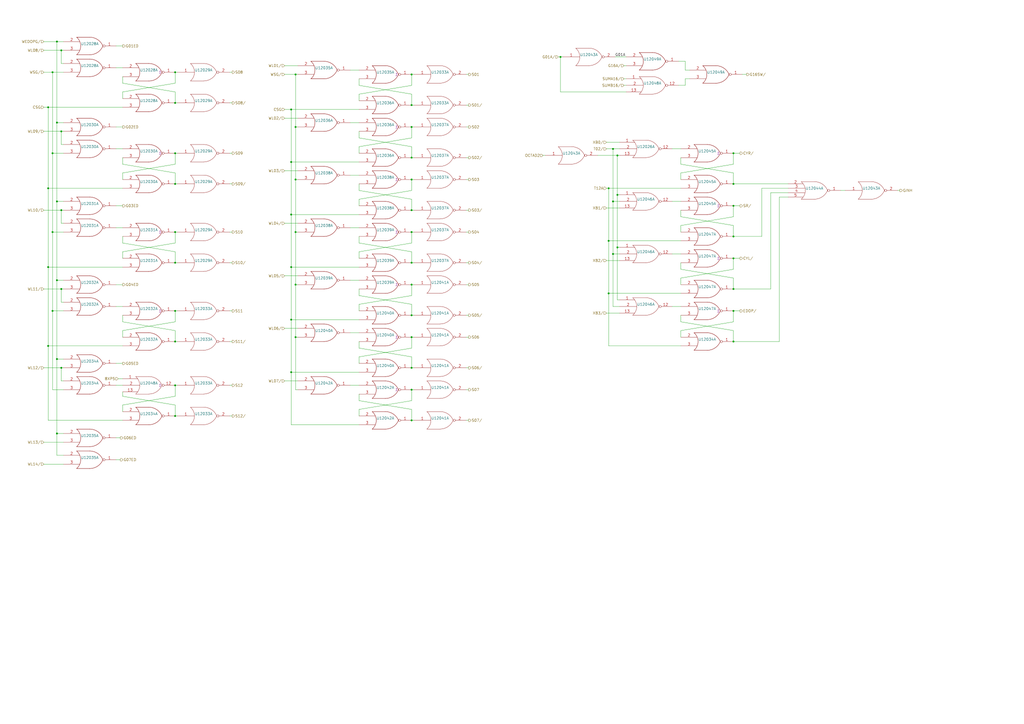
<source format=kicad_sch>
(kicad_sch (version 20211123) (generator eeschema)
  (paper "A2")
  (lib_symbols
    (symbol "agc_kicad_components:74HC02" (pin_names (offset 0.762))
      (property "Reference" "U" (at 0 1.27 0))
      (symbol "74HC02_1_1"
        (arc (start -7.62 -5.08) (mid -5.2708 0) (end -7.62 5.08) (stroke (width 0.2032)))
        (arc (start 0 -5.08) (mid 4.5812 -3.6906) (end 7.62 0) (stroke (width 0.2032)))
        (polyline (pts (xy -7.62 -5.08) (xy 0 -5.08)) (stroke (width 0.2032)))
        (polyline (pts (xy -7.62 5.08) (xy 0 5.08)) (stroke (width 0.2032)))
        (arc (start 7.62 0) (mid 4.5727 3.6819) (end 0 5.08) (stroke (width 0.2032)))
        (pin output inverted (at 15.24 0 180) (length 7.62) (name "~") (number "1"))
        (pin input line (at -15.24 2.54 0) (length 9.398) (name "~") (number "2"))
        (pin input line (at -15.24 -2.54 0) (length 9.398) (name "~") (number "3"))
      )
      (symbol "74HC02_2_1"
        (arc (start -7.62 -5.08) (mid -5.2708 0) (end -7.62 5.08) (stroke (width 0.2032)))
        (arc (start 0 -5.08) (mid 4.5812 -3.6906) (end 7.62 0) (stroke (width 0.2032)))
        (polyline (pts (xy -7.62 -5.08) (xy 0 -5.08)) (stroke (width 0.2032)))
        (polyline (pts (xy -7.62 5.08) (xy 0 5.08)) (stroke (width 0.2032)))
        (arc (start 7.62 0) (mid 4.5727 3.6819) (end 0 5.08) (stroke (width 0.2032)))
        (pin output inverted (at 15.24 0 180) (length 7.62) (name "~") (number "4"))
        (pin input line (at -15.24 2.54 0) (length 9.398) (name "~") (number "5"))
        (pin input line (at -15.24 -2.54 0) (length 9.398) (name "~") (number "6"))
      )
      (symbol "74HC02_3_1"
        (arc (start -7.62 -5.08) (mid -5.2708 0) (end -7.62 5.08) (stroke (width 0.2032)))
        (arc (start 0 -5.08) (mid 4.5812 -3.6906) (end 7.62 0) (stroke (width 0.2032)))
        (polyline (pts (xy -7.62 -5.08) (xy 0 -5.08)) (stroke (width 0.2032)))
        (polyline (pts (xy -7.62 5.08) (xy 0 5.08)) (stroke (width 0.2032)))
        (arc (start 7.62 0) (mid 4.5727 3.6819) (end 0 5.08) (stroke (width 0.2032)))
        (pin output inverted (at 15.24 0 180) (length 7.62) (name "~") (number "10"))
        (pin input line (at -15.24 2.54 0) (length 9.398) (name "~") (number "8"))
        (pin input line (at -15.24 -2.54 0) (length 9.398) (name "~") (number "9"))
      )
      (symbol "74HC02_4_1"
        (arc (start -7.62 -5.08) (mid -5.2708 0) (end -7.62 5.08) (stroke (width 0.2032)))
        (arc (start 0 -5.08) (mid 4.5812 -3.6906) (end 7.62 0) (stroke (width 0.2032)))
        (polyline (pts (xy -7.62 -5.08) (xy 0 -5.08)) (stroke (width 0.2032)))
        (polyline (pts (xy -7.62 5.08) (xy 0 5.08)) (stroke (width 0.2032)))
        (arc (start 7.62 0) (mid 4.5727 3.6819) (end 0 5.08) (stroke (width 0.2032)))
        (pin input line (at -15.24 2.54 0) (length 9.398) (name "~") (number "11"))
        (pin input line (at -15.24 -2.54 0) (length 9.398) (name "~") (number "12"))
        (pin output inverted (at 15.24 0 180) (length 7.62) (name "~") (number "13"))
      )
      (symbol "74HC02_5_0"
        (text "GND" (at 2.54 -3.81 0) (effects (font (size 0.9906 0.9906))))
        (text "VCC" (at 2.54 3.81 0) (effects (font (size 0.9906 0.9906))))
      )
      (symbol "74HC02_5_1"
        (rectangle (start -5.08 2.54) (end 5.08 -2.54))
        (pin power_in line (at 0 6.35 270) (length 3.81) (name "VCC") (number "14"))
        (pin power_in line (at 0 -6.35 90) (length 3.81) (name "GND") (number "7"))
      )
    )
    (symbol "agc_kicad_components:74HC04" (pin_names (offset 0.762))
      (property "Reference" "U" (at 0 1.27 0))
      (symbol "74HC04_1_1"
        (arc (start -7.62 -5.0292) (mid -5.3094 0.0082) (end -7.62 5.0546))
        (arc (start 0 -5.0546) (mid 4.5632 -3.6449) (end 7.5946 0.0508))
        (polyline (pts (xy -7.62 -5.08) (xy 0 -5.08)))
        (polyline (pts (xy -7.62 5.08) (xy 0 5.08)))
        (arc (start 7.62 0) (mid 4.6132 3.6946) (end 0.0508 5.08))
        (pin input line (at -15.24 0 0) (length 9.906) (name "~") (number "1"))
        (pin output inverted (at 15.24 0 180) (length 7.62) (name "~") (number "2"))
      )
      (symbol "74HC04_2_1"
        (arc (start -7.62 -5.0292) (mid -5.3094 0.0082) (end -7.62 5.0546))
        (arc (start 0 -5.0546) (mid 4.5632 -3.6449) (end 7.5946 0.0508))
        (polyline (pts (xy -7.62 -5.08) (xy 0 -5.08)))
        (polyline (pts (xy -7.62 5.08) (xy 0 5.08)))
        (arc (start 7.62 0) (mid 4.6132 3.6946) (end 0.0508 5.08))
        (pin input line (at -15.24 0 0) (length 9.906) (name "~") (number "3"))
        (pin output inverted (at 15.24 0 180) (length 7.62) (name "~") (number "4"))
      )
      (symbol "74HC04_3_1"
        (arc (start -7.62 -5.0292) (mid -5.3094 0.0082) (end -7.62 5.0546))
        (arc (start 0 -5.0546) (mid 4.5632 -3.6449) (end 7.5946 0.0508))
        (polyline (pts (xy -7.62 -5.08) (xy 0 -5.08)))
        (polyline (pts (xy -7.62 5.08) (xy 0 5.08)))
        (arc (start 7.62 0) (mid 4.6132 3.6946) (end 0.0508 5.08))
        (pin input line (at -15.24 0 0) (length 9.906) (name "~") (number "5"))
        (pin output inverted (at 15.24 0 180) (length 7.62) (name "~") (number "6"))
      )
      (symbol "74HC04_4_1"
        (arc (start -7.62 -5.0292) (mid -5.3094 0.0082) (end -7.62 5.0546))
        (arc (start 0 -5.0546) (mid 4.5632 -3.6449) (end 7.5946 0.0508))
        (polyline (pts (xy -7.62 -5.08) (xy 0 -5.08)))
        (polyline (pts (xy -7.62 5.08) (xy 0 5.08)))
        (arc (start 7.62 0) (mid 4.6132 3.6946) (end 0.0508 5.08))
        (pin output inverted (at 15.24 0 180) (length 7.62) (name "~") (number "8"))
        (pin input line (at -15.24 0 0) (length 9.906) (name "~") (number "9"))
      )
      (symbol "74HC04_5_1"
        (arc (start -7.62 -5.0292) (mid -5.3094 0.0082) (end -7.62 5.0546))
        (arc (start 0 -5.0546) (mid 4.5632 -3.6449) (end 7.5946 0.0508))
        (polyline (pts (xy -7.62 -5.08) (xy 0 -5.08)))
        (polyline (pts (xy -7.62 5.08) (xy 0 5.08)))
        (arc (start 7.62 0) (mid 4.6132 3.6946) (end 0.0508 5.08))
        (pin output inverted (at 15.24 0 180) (length 7.62) (name "~") (number "10"))
        (pin input line (at -15.24 0 0) (length 9.906) (name "~") (number "11"))
      )
      (symbol "74HC04_6_1"
        (arc (start -7.62 -5.0292) (mid -5.3094 0.0082) (end -7.62 5.0546))
        (arc (start 0 -5.0546) (mid 4.5632 -3.6449) (end 7.5946 0.0508))
        (polyline (pts (xy -7.62 -5.08) (xy 0 -5.08)))
        (polyline (pts (xy -7.62 5.08) (xy 0 5.08)))
        (arc (start 7.62 0) (mid 4.6132 3.6946) (end 0.0508 5.08))
        (pin output inverted (at 15.24 0 180) (length 7.62) (name "~") (number "12"))
        (pin input line (at -15.24 0 0) (length 9.906) (name "~") (number "13"))
      )
      (symbol "74HC04_7_0"
        (text "GND" (at 2.54 -3.81 0) (effects (font (size 0.9906 0.9906))))
        (text "VCC" (at 2.54 3.81 0) (effects (font (size 0.9906 0.9906))))
      )
      (symbol "74HC04_7_1"
        (rectangle (start -5.08 2.54) (end 5.08 -2.54))
        (pin power_in line (at 0 6.35 270) (length 3.81) (name "VCC") (number "14"))
        (pin power_in line (at 0 -6.35 90) (length 3.81) (name "GND") (number "7"))
      )
    )
    (symbol "agc_kicad_components:74HC27" (pin_names (offset 0.762))
      (property "Reference" "U" (at 0 1.27 0))
      (symbol "74HC27_1_1"
        (arc (start -7.62 -5.0292) (mid -5.3094 0.0082) (end -7.62 5.0546))
        (arc (start 0 -5.0546) (mid 4.5632 -3.6449) (end 7.5946 0.0508))
        (polyline (pts (xy -7.62 -5.08) (xy 0 -5.08)))
        (polyline (pts (xy -7.62 5.08) (xy 0 5.08)))
        (arc (start 7.62 0) (mid 4.6132 3.6946) (end 0.0508 5.08))
        (pin input line (at -15.24 3.81 0) (length 8.763) (name "~") (number "1"))
        (pin output inverted (at 15.24 0 180) (length 7.62) (name "~") (number "12"))
        (pin input line (at -15.24 -3.81 0) (length 8.763) (name "~") (number "13"))
        (pin input line (at -15.24 0 0) (length 9.906) (name "~") (number "2"))
      )
      (symbol "74HC27_2_1"
        (arc (start -7.62 -5.0292) (mid -5.3094 0.0082) (end -7.62 5.0546))
        (arc (start 0 -5.0546) (mid 4.5632 -3.6449) (end 7.5946 0.0508))
        (polyline (pts (xy -7.62 -5.08) (xy 0 -5.08)))
        (polyline (pts (xy -7.62 5.08) (xy 0 5.08)))
        (arc (start 7.62 0) (mid 4.6132 3.6946) (end 0.0508 5.08))
        (pin input line (at -15.24 3.81 0) (length 8.763) (name "~") (number "3"))
        (pin input line (at -15.24 0 0) (length 9.906) (name "~") (number "4"))
        (pin input line (at -15.24 -3.81 0) (length 8.763) (name "~") (number "5"))
        (pin output inverted (at 15.24 0 180) (length 7.62) (name "~") (number "6"))
      )
      (symbol "74HC27_3_1"
        (arc (start -7.62 -5.0292) (mid -5.3094 0.0082) (end -7.62 5.0546))
        (arc (start 0 -5.0546) (mid 4.5632 -3.6449) (end 7.5946 0.0508))
        (polyline (pts (xy -7.62 -5.08) (xy 0 -5.08)))
        (polyline (pts (xy -7.62 5.08) (xy 0 5.08)))
        (arc (start 7.62 0) (mid 4.6132 3.6946) (end 0.0508 5.08))
        (pin input line (at -15.24 0 0) (length 9.906) (name "~") (number "10"))
        (pin input line (at -15.24 -3.81 0) (length 8.763) (name "~") (number "11"))
        (pin output inverted (at 15.24 0 180) (length 7.62) (name "~") (number "8"))
        (pin input line (at -15.24 3.81 0) (length 8.763) (name "~") (number "9"))
      )
      (symbol "74HC27_4_0"
        (text "GND" (at 2.54 -3.81 0) (effects (font (size 0.9906 0.9906))))
        (text "VCC" (at 2.54 3.81 0) (effects (font (size 0.9906 0.9906))))
      )
      (symbol "74HC27_4_1"
        (rectangle (start -5.08 2.54) (end 5.08 -2.54))
        (pin power_in line (at 0 6.35 270) (length 3.81) (name "VCC") (number "14"))
        (pin power_in line (at 0 -6.35 90) (length 3.81) (name "GND") (number "7"))
      )
    )
    (symbol "agc_kicad_components:74HC4002" (pin_names (offset 0.762))
      (property "Reference" "U" (at 0 1.27 0))
      (symbol "74HC4002_1_1"
        (arc (start -7.62 -5.0292) (mid -5.3094 0.0082) (end -7.62 5.0546))
        (arc (start 0 -5.0546) (mid 4.5632 -3.6449) (end 7.5946 0.0508))
        (polyline (pts (xy -7.62 -5.08) (xy 0 -5.08)))
        (polyline (pts (xy -7.62 5.08) (xy 0 5.08)))
        (arc (start 7.62 0) (mid 4.6132 3.6946) (end 0.0508 5.08))
        (pin output inverted (at 15.24 0 180) (length 7.62) (name "~") (number "1"))
        (pin input line (at -15.24 3.81 0) (length 8.509) (name "~") (number "2"))
        (pin input line (at -15.24 1.27 0) (length 9.652) (name "~") (number "3"))
        (pin input line (at -15.24 -1.27 0) (length 9.652) (name "~") (number "4"))
        (pin input line (at -15.24 -3.81 0) (length 8.509) (name "~") (number "5"))
        (pin no_connect line (at -2.54 5.08 90) (length 0) hide (name "NC1") (number "6"))
        (pin no_connect line (at 0 5.08 90) (length 0) hide (name "NC2") (number "8"))
      )
      (symbol "74HC4002_2_1"
        (arc (start -7.62 -5.0292) (mid -5.3094 0.0082) (end -7.62 5.0546))
        (arc (start 0 -5.0546) (mid 4.5632 -3.6449) (end 7.5946 0.0508))
        (polyline (pts (xy -7.62 -5.08) (xy 0 -5.08)))
        (polyline (pts (xy -7.62 5.08) (xy 0 5.08)))
        (arc (start 7.62 0) (mid 4.6132 3.6946) (end 0.0508 5.08))
        (pin input line (at -15.24 1.27 0) (length 9.652) (name "~") (number "10"))
        (pin input line (at -15.24 -1.27 0) (length 9.652) (name "~") (number "11"))
        (pin input line (at -15.24 -3.81 0) (length 8.509) (name "~") (number "12"))
        (pin output inverted (at 15.24 0 180) (length 7.62) (name "~") (number "13"))
        (pin no_connect line (at -2.54 5.08 90) (length 0) hide (name "NC1") (number "6"))
        (pin no_connect line (at 0 5.08 90) (length 0) hide (name "NC2") (number "8"))
        (pin input line (at -15.24 3.81 0) (length 8.509) (name "~") (number "9"))
      )
      (symbol "74HC4002_3_0"
        (text "GND" (at 2.54 -3.81 0) (effects (font (size 0.9906 0.9906))))
        (text "VCC" (at 2.54 3.81 0) (effects (font (size 0.9906 0.9906))))
      )
      (symbol "74HC4002_3_1"
        (rectangle (start -5.08 2.54) (end 5.08 -2.54))
        (pin power_in line (at 0 6.35 270) (length 3.81) (name "VCC") (number "14"))
        (pin power_in line (at 0 -6.35 90) (length 3.81) (name "GND") (number "7"))
      )
    )
  )
  (junction (at 171.45 104.14))
  (junction (at 33.02 208.28))
  (junction (at 425.45 198.12))
  (junction (at 168.91 124.46))
  (junction (at 33.02 116.84))
  (junction (at 238.76 195.58))
  (junction (at 33.02 71.12))
  (junction (at 238.76 152.4))
  (junction (at 325.12 33.02))
  (junction (at 35.56 76.2))
  (junction (at 171.45 43.18))
  (junction (at 101.6 106.68))
  (junction (at 171.45 165.1))
  (junction (at 27.94 62.23))
  (junction (at 101.6 223.52))
  (junction (at 35.56 29.21))
  (junction (at 27.94 154.94))
  (junction (at 30.48 41.91))
  (junction (at 355.6 147.32))
  (junction (at 33.02 24.13))
  (junction (at 425.45 106.68))
  (junction (at 355.6 86.36))
  (junction (at 238.76 121.92))
  (junction (at 425.45 167.64))
  (junction (at 238.76 243.84))
  (junction (at 171.45 134.62))
  (junction (at 238.76 60.96))
  (junction (at 101.6 59.69))
  (junction (at 358.14 90.17))
  (junction (at 168.91 63.5))
  (junction (at 355.6 116.84))
  (junction (at 30.48 134.62))
  (junction (at 35.56 167.64))
  (junction (at 101.6 134.62))
  (junction (at 358.14 113.03))
  (junction (at 101.6 180.34))
  (junction (at 238.76 91.44))
  (junction (at 35.56 121.92))
  (junction (at 353.06 109.22))
  (junction (at 27.94 109.22))
  (junction (at 101.6 88.9))
  (junction (at 353.06 170.18))
  (junction (at 238.76 213.36))
  (junction (at 358.14 143.51))
  (junction (at 238.76 134.62))
  (junction (at 168.91 185.42))
  (junction (at 30.48 180.34))
  (junction (at 101.6 198.12))
  (junction (at 238.76 104.14))
  (junction (at 30.48 88.9))
  (junction (at 238.76 226.06))
  (junction (at 33.02 251.46))
  (junction (at 168.91 93.98))
  (junction (at 425.45 88.9))
  (junction (at 168.91 154.94))
  (junction (at 171.45 195.58))
  (junction (at 101.6 152.4))
  (junction (at 238.76 43.18))
  (junction (at 33.02 162.56))
  (junction (at 238.76 73.66))
  (junction (at 171.45 73.66))
  (junction (at 425.45 149.86))
  (junction (at 35.56 213.36))
  (junction (at 425.45 137.16))
  (junction (at 238.76 182.88))
  (junction (at 168.91 215.9))
  (junction (at 238.76 165.1))
  (junction (at 425.45 180.34))
  (junction (at 27.94 200.66))
  (junction (at 101.6 41.91))
  (junction (at 101.6 241.3))
  (junction (at 353.06 139.7))
  (junction (at 425.45 119.38))
  (wire (pts (xy 71.12 191.77) (xy 71.12 195.58)))
  (wire (pts (xy 238.76 85.09) (xy 208.28 80.01)))
  (wire (pts (xy 238.76 171.45) (xy 208.28 176.53)))
  (wire (pts (xy 168.91 93.98) (xy 208.28 93.98)))
  (wire (pts (xy 389.89 147.32) (xy 394.97 147.32)))
  (wire (pts (xy 35.56 36.83) (xy 36.83 36.83)))
  (wire (pts (xy 355.6 177.8) (xy 359.41 177.8)))
  (wire (pts (xy 101.6 59.69) (xy 101.6 53.34)))
  (wire (pts (xy 67.31 210.82) (xy 71.12 210.82)))
  (wire (pts (xy 238.76 243.84) (xy 240.03 243.84)))
  (wire (pts (xy 394.97 100.33) (xy 394.97 104.14)))
  (wire (pts (xy 208.28 232.41) (xy 208.28 228.6)))
  (wire (pts (xy 397.51 49.53) (xy 393.7 49.53)))
  (wire (pts (xy 425.45 149.86) (xy 425.45 156.21)))
  (wire (pts (xy 270.51 91.44) (xy 271.78 91.44)))
  (wire (pts (xy 323.85 33.02) (xy 325.12 33.02)))
  (wire (pts (xy 325.12 53.34) (xy 363.22 53.34)))
  (wire (pts (xy 355.6 116.84) (xy 355.6 147.32)))
  (wire (pts (xy 171.45 73.66) (xy 171.45 104.14)))
  (wire (pts (xy 101.6 134.62) (xy 101.6 140.97)))
  (wire (pts (xy 27.94 154.94) (xy 71.12 154.94)))
  (wire (pts (xy 270.51 182.88) (xy 271.78 182.88)))
  (wire (pts (xy 133.35 198.12) (xy 134.62 198.12)))
  (wire (pts (xy 363.22 33.02) (xy 356.87 33.02)))
  (wire (pts (xy 238.76 152.4) (xy 238.76 146.05)))
  (wire (pts (xy 430.53 43.18) (xy 433.07 43.18)))
  (wire (pts (xy 101.6 241.3) (xy 102.87 241.3)))
  (wire (pts (xy 101.6 88.9) (xy 101.6 95.25)))
  (wire (pts (xy 172.72 160.02) (xy 165.1 160.02)))
  (wire (pts (xy 238.76 43.18) (xy 240.03 43.18)))
  (wire (pts (xy 393.7 35.56) (xy 397.51 35.56)))
  (wire (pts (xy 238.76 91.44) (xy 238.76 85.09)))
  (wire (pts (xy 238.76 121.92) (xy 238.76 115.57)))
  (wire (pts (xy 168.91 215.9) (xy 168.91 246.38)))
  (wire (pts (xy 325.12 33.02) (xy 326.39 33.02)))
  (wire (pts (xy 238.76 165.1) (xy 240.03 165.1)))
  (wire (pts (xy 203.2 132.08) (xy 208.28 132.08)))
  (wire (pts (xy 168.91 93.98) (xy 168.91 124.46)))
  (wire (pts (xy 71.12 234.95) (xy 71.12 238.76)))
  (wire (pts (xy 25.4 24.13) (xy 33.02 24.13)))
  (wire (pts (xy 35.56 220.98) (xy 36.83 220.98)))
  (wire (pts (xy 33.02 71.12) (xy 36.83 71.12)))
  (wire (pts (xy 270.51 121.92) (xy 271.78 121.92)))
  (wire (pts (xy 487.68 110.49) (xy 490.22 110.49)))
  (wire (pts (xy 71.12 140.97) (xy 71.12 137.16)))
  (wire (pts (xy 203.2 40.64) (xy 208.28 40.64)))
  (wire (pts (xy 133.35 88.9) (xy 134.62 88.9)))
  (wire (pts (xy 71.12 48.26) (xy 71.12 44.45)))
  (wire (pts (xy 67.31 254) (xy 69.85 254)))
  (wire (pts (xy 71.12 229.87) (xy 71.12 227.33)))
  (wire (pts (xy 238.76 232.41) (xy 208.28 237.49)))
  (wire (pts (xy 208.28 176.53) (xy 208.28 180.34)))
  (wire (pts (xy 394.97 125.73) (xy 394.97 121.92)))
  (wire (pts (xy 168.91 154.94) (xy 168.91 185.42)))
  (wire (pts (xy 425.45 180.34) (xy 429.26 180.34)))
  (wire (pts (xy 351.79 109.22) (xy 353.06 109.22)))
  (wire (pts (xy 101.6 198.12) (xy 102.87 198.12)))
  (wire (pts (xy 71.12 146.05) (xy 71.12 149.86)))
  (wire (pts (xy 101.6 152.4) (xy 101.6 146.05)))
  (wire (pts (xy 353.06 200.66) (xy 394.97 200.66)))
  (wire (pts (xy 270.51 73.66) (xy 271.78 73.66)))
  (wire (pts (xy 203.2 71.12) (xy 208.28 71.12)))
  (wire (pts (xy 270.51 104.14) (xy 271.78 104.14)))
  (wire (pts (xy 35.56 121.92) (xy 35.56 129.54)))
  (wire (pts (xy 27.94 200.66) (xy 71.12 200.66)))
  (wire (pts (xy 397.51 45.72) (xy 397.51 49.53)))
  (wire (pts (xy 358.14 113.03) (xy 359.41 113.03)))
  (wire (pts (xy 441.96 137.16) (xy 441.96 109.22)))
  (wire (pts (xy 67.31 73.66) (xy 71.12 73.66)))
  (wire (pts (xy 27.94 109.22) (xy 71.12 109.22)))
  (wire (pts (xy 425.45 119.38) (xy 425.45 125.73)))
  (wire (pts (xy 25.4 41.91) (xy 30.48 41.91)))
  (wire (pts (xy 101.6 95.25) (xy 71.12 100.33)))
  (wire (pts (xy 238.76 60.96) (xy 240.03 60.96)))
  (wire (pts (xy 25.4 76.2) (xy 35.56 76.2)))
  (wire (pts (xy 168.91 63.5) (xy 168.91 93.98)))
  (wire (pts (xy 238.76 134.62) (xy 238.76 140.97)))
  (wire (pts (xy 101.6 140.97) (xy 71.12 146.05)))
  (wire (pts (xy 101.6 191.77) (xy 71.12 186.69)))
  (wire (pts (xy 165.1 43.18) (xy 171.45 43.18)))
  (wire (pts (xy 171.45 134.62) (xy 172.72 134.62)))
  (wire (pts (xy 425.45 149.86) (xy 429.26 149.86)))
  (wire (pts (xy 425.45 100.33) (xy 394.97 95.25)))
  (wire (pts (xy 133.35 41.91) (xy 134.62 41.91)))
  (wire (pts (xy 238.76 226.06) (xy 238.76 232.41)))
  (wire (pts (xy 33.02 116.84) (xy 33.02 162.56)))
  (wire (pts (xy 172.72 38.1) (xy 165.1 38.1)))
  (wire (pts (xy 208.28 207.01) (xy 208.28 210.82)))
  (wire (pts (xy 30.48 180.34) (xy 30.48 226.06)))
  (wire (pts (xy 133.35 106.68) (xy 134.62 106.68)))
  (wire (pts (xy 171.45 226.06) (xy 172.72 226.06)))
  (wire (pts (xy 238.76 213.36) (xy 240.03 213.36)))
  (wire (pts (xy 171.45 43.18) (xy 171.45 73.66)))
  (wire (pts (xy 238.76 176.53) (xy 208.28 171.45)))
  (wire (pts (xy 27.94 243.84) (xy 71.12 243.84)))
  (wire (pts (xy 133.35 241.3) (xy 134.62 241.3)))
  (wire (pts (xy 101.6 41.91) (xy 102.87 41.91)))
  (wire (pts (xy 101.6 186.69) (xy 71.12 191.77)))
  (wire (pts (xy 25.4 167.64) (xy 35.56 167.64)))
  (wire (pts (xy 363.22 45.72) (xy 361.95 45.72)))
  (wire (pts (xy 425.45 167.64) (xy 447.04 167.64)))
  (wire (pts (xy 208.28 140.97) (xy 208.28 137.16)))
  (wire (pts (xy 101.6 152.4) (xy 102.87 152.4)))
  (wire (pts (xy 71.12 219.71) (xy 68.58 219.71)))
  (wire (pts (xy 25.4 62.23) (xy 27.94 62.23)))
  (wire (pts (xy 270.51 243.84) (xy 271.78 243.84)))
  (wire (pts (xy 36.83 269.24) (xy 25.4 269.24)))
  (wire (pts (xy 33.02 24.13) (xy 36.83 24.13)))
  (wire (pts (xy 238.76 213.36) (xy 238.76 207.01)))
  (wire (pts (xy 171.45 104.14) (xy 171.45 134.62)))
  (wire (pts (xy 325.12 33.02) (xy 325.12 53.34)))
  (wire (pts (xy 101.6 106.68) (xy 102.87 106.68)))
  (wire (pts (xy 35.56 121.92) (xy 36.83 121.92)))
  (wire (pts (xy 238.76 60.96) (xy 238.76 54.61)))
  (wire (pts (xy 35.56 76.2) (xy 36.83 76.2)))
  (wire (pts (xy 101.6 41.91) (xy 101.6 48.26)))
  (wire (pts (xy 270.51 226.06) (xy 271.78 226.06)))
  (wire (pts (xy 171.45 73.66) (xy 172.72 73.66)))
  (wire (pts (xy 238.76 226.06) (xy 240.03 226.06)))
  (wire (pts (xy 238.76 152.4) (xy 240.03 152.4)))
  (wire (pts (xy 25.4 29.21) (xy 35.56 29.21)))
  (wire (pts (xy 35.56 213.36) (xy 35.56 220.98)))
  (wire (pts (xy 397.51 35.56) (xy 397.51 40.64)))
  (wire (pts (xy 71.12 100.33) (xy 71.12 104.14)))
  (wire (pts (xy 168.91 124.46) (xy 168.91 154.94)))
  (wire (pts (xy 238.76 43.18) (xy 238.76 49.53)))
  (wire (pts (xy 35.56 29.21) (xy 36.83 29.21)))
  (wire (pts (xy 425.45 180.34) (xy 425.45 186.69)))
  (wire (pts (xy 35.56 167.64) (xy 35.56 175.26)))
  (wire (pts (xy 30.48 88.9) (xy 36.83 88.9)))
  (wire (pts (xy 33.02 162.56) (xy 33.02 208.28)))
  (wire (pts (xy 238.76 73.66) (xy 238.76 80.01)))
  (wire (pts (xy 25.4 121.92) (xy 35.56 121.92)))
  (wire (pts (xy 358.14 113.03) (xy 358.14 143.51)))
  (wire (pts (xy 133.35 180.34) (xy 134.62 180.34)))
  (wire (pts (xy 270.51 134.62) (xy 271.78 134.62)))
  (wire (pts (xy 425.45 88.9) (xy 429.26 88.9)))
  (wire (pts (xy 71.12 53.34) (xy 71.12 57.15)))
  (wire (pts (xy 238.76 110.49) (xy 208.28 115.57)))
  (wire (pts (xy 208.28 171.45) (xy 208.28 167.64)))
  (wire (pts (xy 397.51 40.64) (xy 400.05 40.64)))
  (wire (pts (xy 101.6 48.26) (xy 71.12 53.34)))
  (wire (pts (xy 101.6 53.34) (xy 71.12 48.26)))
  (wire (pts (xy 30.48 88.9) (xy 30.48 134.62)))
  (wire (pts (xy 353.06 170.18) (xy 394.97 170.18)))
  (wire (pts (xy 133.35 223.52) (xy 134.62 223.52)))
  (wire (pts (xy 208.28 215.9) (xy 168.91 215.9)))
  (wire (pts (xy 238.76 207.01) (xy 208.28 201.93)))
  (wire (pts (xy 208.28 54.61) (xy 208.28 58.42)))
  (wire (pts (xy 172.72 68.58) (xy 165.1 68.58)))
  (wire (pts (xy 353.06 170.18) (xy 353.06 200.66)))
  (wire (pts (xy 203.2 193.04) (xy 208.28 193.04)))
  (wire (pts (xy 425.45 88.9) (xy 425.45 95.25)))
  (wire (pts (xy 270.51 60.96) (xy 271.78 60.96)))
  (wire (pts (xy 171.45 43.18) (xy 172.72 43.18)))
  (wire (pts (xy 238.76 104.14) (xy 238.76 110.49)))
  (wire (pts (xy 425.45 167.64) (xy 425.45 161.29)))
  (wire (pts (xy 33.02 251.46) (xy 36.83 251.46)))
  (wire (pts (xy 171.45 195.58) (xy 171.45 226.06)))
  (wire (pts (xy 35.56 167.64) (xy 36.83 167.64)))
  (wire (pts (xy 30.48 41.91) (xy 30.48 88.9)))
  (wire (pts (xy 270.51 165.1) (xy 271.78 165.1)))
  (wire (pts (xy 67.31 132.08) (xy 71.12 132.08)))
  (wire (pts (xy 425.45 198.12) (xy 452.12 198.12)))
  (wire (pts (xy 238.76 115.57) (xy 208.28 110.49)))
  (wire (pts (xy 172.72 99.06) (xy 165.1 99.06)))
  (wire (pts (xy 238.76 140.97) (xy 208.28 146.05)))
  (wire (pts (xy 67.31 165.1) (xy 71.12 165.1)))
  (wire (pts (xy 133.35 134.62) (xy 134.62 134.62)))
  (wire (pts (xy 353.06 109.22) (xy 353.06 139.7)))
  (wire (pts (xy 33.02 264.16) (xy 36.83 264.16)))
  (wire (pts (xy 67.31 86.36) (xy 71.12 86.36)))
  (wire (pts (xy 359.41 181.61) (xy 351.79 181.61)))
  (wire (pts (xy 35.56 83.82) (xy 36.83 83.82)))
  (wire (pts (xy 389.89 177.8) (xy 394.97 177.8)))
  (wire (pts (xy 67.31 39.37) (xy 71.12 39.37)))
  (wire (pts (xy 101.6 59.69) (xy 102.87 59.69)))
  (wire (pts (xy 101.6 180.34) (xy 101.6 186.69)))
  (wire (pts (xy 425.45 137.16) (xy 441.96 137.16)))
  (wire (pts (xy 394.97 156.21) (xy 394.97 152.4)))
  (wire (pts (xy 27.94 62.23) (xy 71.12 62.23)))
  (wire (pts (xy 30.48 134.62) (xy 30.48 180.34)))
  (wire (pts (xy 425.45 137.16) (xy 425.45 130.81)))
  (wire (pts (xy 425.45 106.68) (xy 457.2 106.68)))
  (wire (pts (xy 168.91 246.38) (xy 208.28 246.38)))
  (wire (pts (xy 394.97 161.29) (xy 394.97 165.1)))
  (wire (pts (xy 270.51 43.18) (xy 271.78 43.18)))
  (wire (pts (xy 425.45 191.77) (xy 394.97 186.69)))
  (wire (pts (xy 238.76 134.62) (xy 240.03 134.62)))
  (wire (pts (xy 389.89 116.84) (xy 394.97 116.84)))
  (wire (pts (xy 101.6 134.62) (xy 102.87 134.62)))
  (wire (pts (xy 168.91 185.42) (xy 208.28 185.42)))
  (wire (pts (xy 35.56 76.2) (xy 35.56 83.82)))
  (wire (pts (xy 208.28 201.93) (xy 208.28 198.12)))
  (wire (pts (xy 208.28 80.01) (xy 208.28 76.2)))
  (wire (pts (xy 425.45 125.73) (xy 394.97 130.81)))
  (wire (pts (xy 238.76 165.1) (xy 238.76 171.45)))
  (wire (pts (xy 101.6 223.52) (xy 101.6 229.87)))
  (wire (pts (xy 203.2 101.6) (xy 208.28 101.6)))
  (wire (pts (xy 36.83 256.54) (xy 25.4 256.54)))
  (wire (pts (xy 35.56 129.54) (xy 36.83 129.54)))
  (wire (pts (xy 425.45 156.21) (xy 394.97 161.29)))
  (wire (pts (xy 238.76 104.14) (xy 240.03 104.14)))
  (wire (pts (xy 400.05 45.72) (xy 397.51 45.72)))
  (wire (pts (xy 238.76 201.93) (xy 208.28 207.01)))
  (wire (pts (xy 358.14 90.17) (xy 358.14 113.03)))
  (wire (pts (xy 101.6 234.95) (xy 71.12 229.87)))
  (wire (pts (xy 353.06 139.7) (xy 353.06 170.18)))
  (wire (pts (xy 172.72 220.98) (xy 165.1 220.98)))
  (wire (pts (xy 35.56 175.26) (xy 36.83 175.26)))
  (wire (pts (xy 172.72 190.5) (xy 165.1 190.5)))
  (wire (pts (xy 394.97 191.77) (xy 394.97 195.58)))
  (wire (pts (xy 358.14 143.51) (xy 358.14 173.99)))
  (wire (pts (xy 353.06 139.7) (xy 394.97 139.7)))
  (wire (pts (xy 171.45 104.14) (xy 172.72 104.14)))
  (wire (pts (xy 27.94 200.66) (xy 27.94 243.84)))
  (wire (pts (xy 238.76 54.61) (xy 208.28 49.53)))
  (wire (pts (xy 441.96 109.22) (xy 457.2 109.22)))
  (wire (pts (xy 25.4 213.36) (xy 35.56 213.36)))
  (wire (pts (xy 67.31 177.8) (xy 71.12 177.8)))
  (wire (pts (xy 67.31 26.67) (xy 71.12 26.67)))
  (wire (pts (xy 358.14 143.51) (xy 359.41 143.51)))
  (wire (pts (xy 168.91 124.46) (xy 208.28 124.46)))
  (wire (pts (xy 208.28 146.05) (xy 208.28 149.86)))
  (wire (pts (xy 358.14 173.99) (xy 359.41 173.99)))
  (wire (pts (xy 165.1 63.5) (xy 168.91 63.5)))
  (wire (pts (xy 133.35 59.69) (xy 134.62 59.69)))
  (wire (pts (xy 208.28 110.49) (xy 208.28 106.68)))
  (wire (pts (xy 27.94 109.22) (xy 27.94 154.94)))
  (wire (pts (xy 133.35 152.4) (xy 134.62 152.4)))
  (wire (pts (xy 168.91 185.42) (xy 168.91 215.9)))
  (wire (pts (xy 168.91 63.5) (xy 208.28 63.5)))
  (wire (pts (xy 238.76 91.44) (xy 240.03 91.44)))
  (wire (pts (xy 355.6 86.36) (xy 359.41 86.36)))
  (wire (pts (xy 171.45 195.58) (xy 172.72 195.58)))
  (wire (pts (xy 355.6 86.36) (xy 355.6 116.84)))
  (wire (pts (xy 270.51 213.36) (xy 271.78 213.36)))
  (wire (pts (xy 363.22 38.1) (xy 361.95 38.1)))
  (wire (pts (xy 355.6 116.84) (xy 359.41 116.84)))
  (wire (pts (xy 447.04 111.76) (xy 457.2 111.76)))
  (wire (pts (xy 363.22 49.53) (xy 361.95 49.53)))
  (wire (pts (xy 33.02 116.84) (xy 36.83 116.84)))
  (wire (pts (xy 359.41 120.65) (xy 351.79 120.65)))
  (wire (pts (xy 35.56 29.21) (xy 35.56 36.83)))
  (wire (pts (xy 101.6 100.33) (xy 71.12 95.25)))
  (wire (pts (xy 101.6 88.9) (xy 102.87 88.9)))
  (wire (pts (xy 394.97 95.25) (xy 394.97 91.44)))
  (wire (pts (xy 238.76 237.49) (xy 208.28 232.41)))
  (wire (pts (xy 353.06 109.22) (xy 394.97 109.22)))
  (wire (pts (xy 33.02 162.56) (xy 36.83 162.56)))
  (wire (pts (xy 203.2 162.56) (xy 208.28 162.56)))
  (wire (pts (xy 208.28 85.09) (xy 208.28 88.9)))
  (wire (pts (xy 33.02 251.46) (xy 33.02 264.16)))
  (wire (pts (xy 71.12 186.69) (xy 71.12 182.88)))
  (wire (pts (xy 425.45 130.81) (xy 394.97 125.73)))
  (wire (pts (xy 425.45 198.12) (xy 425.45 191.77)))
  (wire (pts (xy 238.76 182.88) (xy 238.76 176.53)))
  (wire (pts (xy 168.91 154.94) (xy 208.28 154.94)))
  (wire (pts (xy 238.76 121.92) (xy 240.03 121.92)))
  (wire (pts (xy 452.12 114.3) (xy 457.2 114.3)))
  (wire (pts (xy 101.6 198.12) (xy 101.6 191.77)))
  (wire (pts (xy 101.6 229.87) (xy 71.12 234.95)))
  (wire (pts (xy 238.76 146.05) (xy 208.28 140.97)))
  (wire (pts (xy 101.6 146.05) (xy 71.12 140.97)))
  (wire (pts (xy 238.76 80.01) (xy 208.28 85.09)))
  (wire (pts (xy 358.14 90.17) (xy 359.41 90.17)))
  (wire (pts (xy 355.6 147.32) (xy 355.6 177.8)))
  (wire (pts (xy 35.56 213.36) (xy 36.83 213.36)))
  (wire (pts (xy 67.31 119.38) (xy 71.12 119.38)))
  (wire (pts (xy 172.72 129.54) (xy 165.1 129.54)))
  (wire (pts (xy 33.02 208.28) (xy 36.83 208.28)))
  (wire (pts (xy 359.41 151.13) (xy 351.79 151.13)))
  (wire (pts (xy 171.45 134.62) (xy 171.45 165.1)))
  (wire (pts (xy 67.31 266.7) (xy 69.85 266.7)))
  (wire (pts (xy 425.45 106.68) (xy 425.45 100.33)))
  (wire (pts (xy 33.02 24.13) (xy 33.02 71.12)))
  (wire (pts (xy 208.28 115.57) (xy 208.28 119.38)))
  (wire (pts (xy 425.45 95.25) (xy 394.97 100.33)))
  (wire (pts (xy 270.51 195.58) (xy 271.78 195.58)))
  (wire (pts (xy 389.89 86.36) (xy 394.97 86.36)))
  (wire (pts (xy 30.48 180.34) (xy 36.83 180.34)))
  (wire (pts (xy 30.48 41.91) (xy 36.83 41.91)))
  (wire (pts (xy 171.45 165.1) (xy 171.45 195.58)))
  (wire (pts (xy 101.6 223.52) (xy 102.87 223.52)))
  (wire (pts (xy 71.12 95.25) (xy 71.12 91.44)))
  (wire (pts (xy 394.97 130.81) (xy 394.97 134.62)))
  (wire (pts (xy 203.2 223.52) (xy 208.28 223.52)))
  (wire (pts (xy 346.71 90.17) (xy 358.14 90.17)))
  (wire (pts (xy 316.23 90.17) (xy 314.96 90.17)))
  (wire (pts (xy 33.02 208.28) (xy 33.02 251.46)))
  (wire (pts (xy 67.31 223.52) (xy 71.12 223.52)))
  (wire (pts (xy 30.48 226.06) (xy 36.83 226.06)))
  (wire (pts (xy 359.41 82.55) (xy 351.79 82.55)))
  (wire (pts (xy 171.45 165.1) (xy 172.72 165.1)))
  (wire (pts (xy 425.45 161.29) (xy 394.97 156.21)))
  (wire (pts (xy 425.45 186.69) (xy 394.97 191.77)))
  (wire (pts (xy 452.12 198.12) (xy 452.12 114.3)))
  (wire (pts (xy 425.45 119.38) (xy 429.26 119.38)))
  (wire (pts (xy 447.04 167.64) (xy 447.04 111.76)))
  (wire (pts (xy 238.76 195.58) (xy 238.76 201.93)))
  (wire (pts (xy 33.02 71.12) (xy 33.02 116.84)))
  (wire (pts (xy 238.76 243.84) (xy 238.76 237.49)))
  (wire (pts (xy 30.48 134.62) (xy 36.83 134.62)))
  (wire (pts (xy 101.6 180.34) (xy 102.87 180.34)))
  (wire (pts (xy 208.28 49.53) (xy 208.28 45.72)))
  (wire (pts (xy 27.94 154.94) (xy 27.94 200.66)))
  (wire (pts (xy 355.6 147.32) (xy 359.41 147.32)))
  (wire (pts (xy 27.94 62.23) (xy 27.94 109.22)))
  (wire (pts (xy 238.76 195.58) (xy 240.03 195.58)))
  (wire (pts (xy 238.76 182.88) (xy 240.03 182.88)))
  (wire (pts (xy 270.51 152.4) (xy 271.78 152.4)))
  (wire (pts (xy 238.76 49.53) (xy 208.28 54.61)))
  (wire (pts (xy 101.6 106.68) (xy 101.6 100.33)))
  (wire (pts (xy 101.6 241.3) (xy 101.6 234.95)))
  (wire (pts (xy 520.7 110.49) (xy 521.97 110.49)))
  (wire (pts (xy 351.79 86.36) (xy 355.6 86.36)))
  (wire (pts (xy 238.76 73.66) (xy 240.03 73.66)))
  (wire (pts (xy 394.97 186.69) (xy 394.97 182.88)))
  (wire (pts (xy 208.28 237.49) (xy 208.28 241.3)))
  (label "G01A" (at 356.87 33.02 0) (effects (font (size 1.524 1.524))))
  (hierarchical_label "GINH" (shape output) (at 521.97 110.49 0) (effects (font (size 1.524 1.524))))
  (hierarchical_label "S06" (shape output) (at 271.78 195.58 0) (effects (font (size 1.524 1.524))))
  (hierarchical_label "WL09/" (shape input) (at 25.4 76.2 180) (effects (font (size 1.524 1.524))))
  (hierarchical_label "WL03/" (shape input) (at 165.1 99.06 180) (effects (font (size 1.524 1.524))))
  (hierarchical_label "S07/" (shape output) (at 271.78 243.84 0) (effects (font (size 1.524 1.524))))
  (hierarchical_label "EDOP/" (shape output) (at 429.26 180.34 0) (effects (font (size 1.524 1.524))))
  (hierarchical_label "S08/" (shape output) (at 134.62 59.69 0) (effects (font (size 1.524 1.524))))
  (hierarchical_label "WL08/" (shape input) (at 25.4 29.21 180) (effects (font (size 1.524 1.524))))
  (hierarchical_label "S06/" (shape output) (at 271.78 213.36 0) (effects (font (size 1.524 1.524))))
  (hierarchical_label "S11" (shape output) (at 134.62 180.34 0) (effects (font (size 1.524 1.524))))
  (hierarchical_label "WL01/" (shape input) (at 165.1 38.1 180) (effects (font (size 1.524 1.524))))
  (hierarchical_label "S12" (shape output) (at 134.62 223.52 0) (effects (font (size 1.524 1.524))))
  (hierarchical_label "T02/" (shape input) (at 351.79 86.36 180) (effects (font (size 1.524 1.524))))
  (hierarchical_label "CSG" (shape input) (at 165.1 63.5 180) (effects (font (size 1.524 1.524))))
  (hierarchical_label "WL06/" (shape input) (at 165.1 190.5 180) (effects (font (size 1.524 1.524))))
  (hierarchical_label "XB0/" (shape input) (at 351.79 82.55 180) (effects (font (size 1.524 1.524))))
  (hierarchical_label "WSG/" (shape input) (at 165.1 43.18 180) (effects (font (size 1.524 1.524))))
  (hierarchical_label "S10/" (shape output) (at 134.62 152.4 0) (effects (font (size 1.524 1.524))))
  (hierarchical_label "S01/" (shape output) (at 271.78 60.96 0) (effects (font (size 1.524 1.524))))
  (hierarchical_label "CSG" (shape input) (at 25.4 62.23 180) (effects (font (size 1.524 1.524))))
  (hierarchical_label "SUMA16/" (shape input) (at 361.95 45.72 180) (effects (font (size 1.524 1.524))))
  (hierarchical_label "S10" (shape output) (at 134.62 134.62 0) (effects (font (size 1.524 1.524))))
  (hierarchical_label "S09" (shape output) (at 134.62 88.9 0) (effects (font (size 1.524 1.524))))
  (hierarchical_label "WL14/" (shape input) (at 25.4 269.24 180) (effects (font (size 1.524 1.524))))
  (hierarchical_label "SR/" (shape output) (at 429.26 119.38 0) (effects (font (size 1.524 1.524))))
  (hierarchical_label "WL13/" (shape input) (at 25.4 256.54 180) (effects (font (size 1.524 1.524))))
  (hierarchical_label "S05" (shape output) (at 271.78 165.1 0) (effects (font (size 1.524 1.524))))
  (hierarchical_label "WL04/" (shape input) (at 165.1 129.54 180) (effects (font (size 1.524 1.524))))
  (hierarchical_label "S11/" (shape output) (at 134.62 198.12 0) (effects (font (size 1.524 1.524))))
  (hierarchical_label "WL12/" (shape input) (at 25.4 213.36 180) (effects (font (size 1.524 1.524))))
  (hierarchical_label "S01" (shape output) (at 271.78 43.18 0) (effects (font (size 1.524 1.524))))
  (hierarchical_label "S09/" (shape output) (at 134.62 106.68 0) (effects (font (size 1.524 1.524))))
  (hierarchical_label "G02ED" (shape output) (at 71.12 73.66 0) (effects (font (size 1.524 1.524))))
  (hierarchical_label "S03" (shape output) (at 271.78 104.14 0) (effects (font (size 1.524 1.524))))
  (hierarchical_label "G01A/" (shape input) (at 323.85 33.02 180) (effects (font (size 1.524 1.524))))
  (hierarchical_label "S12/" (shape output) (at 134.62 241.3 0) (effects (font (size 1.524 1.524))))
  (hierarchical_label "WL02/" (shape input) (at 165.1 68.58 180) (effects (font (size 1.524 1.524))))
  (hierarchical_label "S08" (shape output) (at 134.62 41.91 0) (effects (font (size 1.524 1.524))))
  (hierarchical_label "S07" (shape output) (at 271.78 226.06 0) (effects (font (size 1.524 1.524))))
  (hierarchical_label "WL07/" (shape input) (at 165.1 220.98 180) (effects (font (size 1.524 1.524))))
  (hierarchical_label "G07ED" (shape output) (at 69.85 266.7 0) (effects (font (size 1.524 1.524))))
  (hierarchical_label "G16A/" (shape input) (at 361.95 38.1 180) (effects (font (size 1.524 1.524))))
  (hierarchical_label "S04" (shape output) (at 271.78 134.62 0) (effects (font (size 1.524 1.524))))
  (hierarchical_label "G01ED" (shape output) (at 71.12 26.67 0) (effects (font (size 1.524 1.524))))
  (hierarchical_label "WSG/" (shape input) (at 25.4 41.91 180) (effects (font (size 1.524 1.524))))
  (hierarchical_label "G06ED" (shape output) (at 69.85 254 0) (effects (font (size 1.524 1.524))))
  (hierarchical_label "XB2/" (shape input) (at 351.79 151.13 180) (effects (font (size 1.524 1.524))))
  (hierarchical_label "CYR/" (shape output) (at 429.26 88.9 0) (effects (font (size 1.524 1.524))))
  (hierarchical_label "S03/" (shape output) (at 271.78 121.92 0) (effects (font (size 1.524 1.524))))
  (hierarchical_label "G16SW/" (shape output) (at 433.07 43.18 0) (effects (font (size 1.524 1.524))))
  (hierarchical_label "S02/" (shape output) (at 271.78 91.44 0) (effects (font (size 1.524 1.524))))
  (hierarchical_label "CYL/" (shape output) (at 429.26 149.86 0) (effects (font (size 1.524 1.524))))
  (hierarchical_label "XB1/" (shape input) (at 351.79 120.65 180) (effects (font (size 1.524 1.524))))
  (hierarchical_label "G03ED" (shape output) (at 71.12 119.38 0) (effects (font (size 1.524 1.524))))
  (hierarchical_label "WL11/" (shape input) (at 25.4 167.64 180) (effects (font (size 1.524 1.524))))
  (hierarchical_label "WL10/" (shape input) (at 25.4 121.92 180) (effects (font (size 1.524 1.524))))
  (hierarchical_label "G05ED" (shape output) (at 71.12 210.82 0) (effects (font (size 1.524 1.524))))
  (hierarchical_label "G04ED" (shape output) (at 71.12 165.1 0) (effects (font (size 1.524 1.524))))
  (hierarchical_label "WL05/" (shape input) (at 165.1 160.02 180) (effects (font (size 1.524 1.524))))
  (hierarchical_label "WEDOPG/" (shape input) (at 25.4 24.13 180) (effects (font (size 1.524 1.524))))
  (hierarchical_label "XB3/" (shape input) (at 351.79 181.61 180) (effects (font (size 1.524 1.524))))
  (hierarchical_label "OCTAD2" (shape input) (at 314.96 90.17 180) (effects (font (size 1.524 1.524))))
  (hierarchical_label "SUMB16/" (shape input) (at 361.95 49.53 180) (effects (font (size 1.524 1.524))))
  (hierarchical_label "S02" (shape output) (at 271.78 73.66 0) (effects (font (size 1.524 1.524))))
  (hierarchical_label "S04/" (shape output) (at 271.78 152.4 0) (effects (font (size 1.524 1.524))))
  (hierarchical_label "S05/" (shape output) (at 271.78 182.88 0) (effects (font (size 1.524 1.524))))
  (hierarchical_label "T12A" (shape input) (at 351.79 109.22 180) (effects (font (size 1.524 1.524))))
  (hierarchical_label "8XP5" (shape input) (at 68.58 219.71 180) (effects (font (size 1.524 1.524))))
  (symbol (lib_id "agc_kicad_components:74HC02") (at 52.07 26.67 0)
    (property "Reference" "U12028" (at 52.07 25.4 0) (effects (font (size 1.524 1.524))))
    (property "Value" "74HC02" (effects hide))
  )
  (symbol (lib_id "agc_kicad_components:74HC02") (at 52.07 39.37 0)
    (property "Reference" "U12028" (at 52.07 38.1 0) (effects (font (size 1.524 1.524))))
    (property "Value" "74HC02" (effects hide))
  )
  (symbol (lib_id "agc_kicad_components:74HC02") (at 86.36 41.91 0)
    (property "Reference" "U12028" (at 86.36 40.64 0) (effects (font (size 1.524 1.524))))
    (property "Value" "74HC02" (effects hide))
    (property "Initial" "1" (at 92.71 41.91 0) (effects (font (size 1.524 1.524) italic)))
  )
  (symbol (lib_id "agc_kicad_components:74HC02") (at 86.36 59.69 0)
    (property "Reference" "U12028" (at 86.36 58.42 0) (effects (font (size 1.524 1.524))))
    (property "Value" "74HC02" (effects hide))
  )
  (symbol (lib_id "agc_kicad_components:74HC04") (at 118.11 41.91 0)
    (property "Reference" "U12029" (at 118.11 40.64 0) (effects (font (size 1.524 1.524))))
    (property "Value" "74HC04" (effects hide))
  )
  (symbol (lib_id "agc_kicad_components:74HC04") (at 118.11 59.69 0)
    (property "Reference" "U12029" (at 118.11 58.42 0) (effects (font (size 1.524 1.524))))
    (property "Value" "74HC04" (effects hide))
  )
  (symbol (lib_id "agc_kicad_components:74HC02") (at 52.07 73.66 0)
    (property "Reference" "U12030" (at 52.07 72.39 0) (effects (font (size 1.524 1.524))))
    (property "Value" "74HC02" (effects hide))
  )
  (symbol (lib_id "agc_kicad_components:74HC02") (at 52.07 86.36 0)
    (property "Reference" "U12030" (at 52.07 85.09 0) (effects (font (size 1.524 1.524))))
    (property "Value" "74HC02" (effects hide))
  )
  (symbol (lib_id "agc_kicad_components:74HC02") (at 86.36 88.9 0)
    (property "Reference" "U12030" (at 86.36 87.63 0) (effects (font (size 1.524 1.524))))
    (property "Value" "74HC02" (effects hide))
    (property "Initial" "1" (at 92.71 88.9 0) (effects (font (size 1.524 1.524) italic)))
  )
  (symbol (lib_id "agc_kicad_components:74HC02") (at 86.36 106.68 0)
    (property "Reference" "U12030" (at 86.36 105.41 0) (effects (font (size 1.524 1.524))))
    (property "Value" "74HC02" (effects hide))
  )
  (symbol (lib_id "agc_kicad_components:74HC04") (at 118.11 88.9 0)
    (property "Reference" "U12029" (at 118.11 87.63 0) (effects (font (size 1.524 1.524))))
    (property "Value" "74HC04" (effects hide))
  )
  (symbol (lib_id "agc_kicad_components:74HC04") (at 118.11 106.68 0)
    (property "Reference" "U12029" (at 118.11 105.41 0) (effects (font (size 1.524 1.524))))
    (property "Value" "74HC04" (effects hide))
  )
  (symbol (lib_id "agc_kicad_components:74HC02") (at 52.07 119.38 0)
    (property "Reference" "U12031" (at 52.07 118.11 0) (effects (font (size 1.524 1.524))))
    (property "Value" "74HC02" (effects hide))
  )
  (symbol (lib_id "agc_kicad_components:74HC02") (at 52.07 132.08 0)
    (property "Reference" "U12031" (at 52.07 130.81 0) (effects (font (size 1.524 1.524))))
    (property "Value" "74HC02" (effects hide))
  )
  (symbol (lib_id "agc_kicad_components:74HC02") (at 86.36 134.62 0)
    (property "Reference" "U12031" (at 86.36 133.35 0) (effects (font (size 1.524 1.524))))
    (property "Value" "74HC02" (effects hide))
    (property "Initial" "1" (at 92.71 134.62 0) (effects (font (size 1.524 1.524) italic)))
  )
  (symbol (lib_id "agc_kicad_components:74HC02") (at 86.36 152.4 0)
    (property "Reference" "U12031" (at 86.36 151.13 0) (effects (font (size 1.524 1.524))))
    (property "Value" "74HC02" (effects hide))
  )
  (symbol (lib_id "agc_kicad_components:74HC04") (at 118.11 134.62 0)
    (property "Reference" "U12029" (at 118.11 133.35 0) (effects (font (size 1.524 1.524))))
    (property "Value" "74HC04" (effects hide))
  )
  (symbol (lib_id "agc_kicad_components:74HC04") (at 118.11 152.4 0)
    (property "Reference" "U12029" (at 118.11 151.13 0) (effects (font (size 1.524 1.524))))
    (property "Value" "74HC04" (effects hide))
  )
  (symbol (lib_id "agc_kicad_components:74HC02") (at 52.07 165.1 0)
    (property "Reference" "U12032" (at 52.07 163.83 0) (effects (font (size 1.524 1.524))))
    (property "Value" "74HC02" (effects hide))
  )
  (symbol (lib_id "agc_kicad_components:74HC02") (at 52.07 177.8 0)
    (property "Reference" "U12032" (at 52.07 176.53 0) (effects (font (size 1.524 1.524))))
    (property "Value" "74HC02" (effects hide))
  )
  (symbol (lib_id "agc_kicad_components:74HC02") (at 86.36 180.34 0)
    (property "Reference" "U12032" (at 86.36 179.07 0) (effects (font (size 1.524 1.524))))
    (property "Value" "74HC02" (effects hide))
    (property "Initial" "1" (at 92.71 180.34 0) (effects (font (size 1.524 1.524) italic)))
  )
  (symbol (lib_id "agc_kicad_components:74HC02") (at 86.36 198.12 0)
    (property "Reference" "U12032" (at 86.36 196.85 0) (effects (font (size 1.524 1.524))))
    (property "Value" "74HC02" (effects hide))
  )
  (symbol (lib_id "agc_kicad_components:74HC04") (at 118.11 180.34 0)
    (property "Reference" "U12033" (at 118.11 179.07 0) (effects (font (size 1.524 1.524))))
    (property "Value" "74HC04" (effects hide))
  )
  (symbol (lib_id "agc_kicad_components:74HC04") (at 118.11 198.12 0)
    (property "Reference" "U12033" (at 118.11 196.85 0) (effects (font (size 1.524 1.524))))
    (property "Value" "74HC04" (effects hide))
  )
  (symbol (lib_id "agc_kicad_components:74HC02") (at 52.07 210.82 0)
    (property "Reference" "U12034" (at 52.07 209.55 0) (effects (font (size 1.524 1.524))))
    (property "Value" "74HC02" (effects hide))
  )
  (symbol (lib_id "agc_kicad_components:74HC02") (at 52.07 223.52 0)
    (property "Reference" "U12034" (at 52.07 222.25 0) (effects (font (size 1.524 1.524))))
    (property "Value" "74HC02" (effects hide))
  )
  (symbol (lib_id "agc_kicad_components:74HC02") (at 86.36 241.3 0)
    (property "Reference" "U12034" (at 86.36 240.03 0) (effects (font (size 1.524 1.524))))
    (property "Value" "74HC02" (effects hide))
  )
  (symbol (lib_id "agc_kicad_components:74HC04") (at 118.11 223.52 0)
    (property "Reference" "U12033" (at 118.11 222.25 0) (effects (font (size 1.524 1.524))))
    (property "Value" "74HC04" (effects hide))
  )
  (symbol (lib_id "agc_kicad_components:74HC04") (at 118.11 241.3 0)
    (property "Reference" "U12033" (at 118.11 240.03 0) (effects (font (size 1.524 1.524))))
    (property "Value" "74HC04" (effects hide))
  )
  (symbol (lib_id "agc_kicad_components:74HC02") (at 52.07 254 0)
    (property "Reference" "U12035" (at 52.07 252.73 0) (effects (font (size 1.524 1.524))))
    (property "Value" "74HC02" (effects hide))
  )
  (symbol (lib_id "agc_kicad_components:74HC02") (at 52.07 266.7 0)
    (property "Reference" "U12035" (at 52.07 265.43 0) (effects (font (size 1.524 1.524))))
    (property "Value" "74HC02" (effects hide))
  )
  (symbol (lib_id "agc_kicad_components:74HC02") (at 187.96 40.64 0)
    (property "Reference" "U12035" (at 187.96 39.37 0) (effects (font (size 1.524 1.524))))
    (property "Value" "74HC02" (effects hide))
  )
  (symbol (lib_id "agc_kicad_components:74HC02") (at 223.52 43.18 0)
    (property "Reference" "U12035" (at 223.52 41.91 0) (effects (font (size 1.524 1.524))))
    (property "Value" "74HC02" (effects hide))
    (property "Initial" "1" (at 229.87 43.18 0) (effects (font (size 1.524 1.524) italic)))
  )
  (symbol (lib_id "agc_kicad_components:74HC02") (at 223.52 60.96 0)
    (property "Reference" "U12036" (at 223.52 59.69 0) (effects (font (size 1.524 1.524))))
    (property "Value" "74HC02" (effects hide))
  )
  (symbol (lib_id "agc_kicad_components:74HC04") (at 255.27 43.18 0)
    (property "Reference" "U12033" (at 255.27 41.91 0) (effects (font (size 1.524 1.524))))
    (property "Value" "74HC04" (effects hide))
  )
  (symbol (lib_id "agc_kicad_components:74HC04") (at 255.27 60.96 0)
    (property "Reference" "U12033" (at 255.27 59.69 0) (effects (font (size 1.524 1.524))))
    (property "Value" "74HC04" (effects hide))
  )
  (symbol (lib_id "agc_kicad_components:74HC02") (at 187.96 71.12 0)
    (property "Reference" "U12036" (at 187.96 69.85 0) (effects (font (size 1.524 1.524))))
    (property "Value" "74HC02" (effects hide))
  )
  (symbol (lib_id "agc_kicad_components:74HC02") (at 223.52 91.44 0)
    (property "Reference" "U12036" (at 223.52 90.17 0) (effects (font (size 1.524 1.524))))
    (property "Value" "74HC02" (effects hide))
  )
  (symbol (lib_id "agc_kicad_components:74HC04") (at 255.27 73.66 0)
    (property "Reference" "U12037" (at 255.27 72.39 0) (effects (font (size 1.524 1.524))))
    (property "Value" "74HC04" (effects hide))
  )
  (symbol (lib_id "agc_kicad_components:74HC04") (at 255.27 91.44 0)
    (property "Reference" "U12037" (at 255.27 90.17 0) (effects (font (size 1.524 1.524))))
    (property "Value" "74HC04" (effects hide))
  )
  (symbol (lib_id "agc_kicad_components:74HC02") (at 187.96 101.6 0)
    (property "Reference" "U12038" (at 187.96 100.33 0) (effects (font (size 1.524 1.524))))
    (property "Value" "74HC02" (effects hide))
  )
  (symbol (lib_id "agc_kicad_components:74HC02") (at 223.52 121.92 0)
    (property "Reference" "U12038" (at 223.52 120.65 0) (effects (font (size 1.524 1.524))))
    (property "Value" "74HC02" (effects hide))
  )
  (symbol (lib_id "agc_kicad_components:74HC04") (at 255.27 104.14 0)
    (property "Reference" "U12037" (at 255.27 102.87 0) (effects (font (size 1.524 1.524))))
    (property "Value" "74HC04" (effects hide))
  )
  (symbol (lib_id "agc_kicad_components:74HC04") (at 255.27 121.92 0)
    (property "Reference" "U12037" (at 255.27 120.65 0) (effects (font (size 1.524 1.524))))
    (property "Value" "74HC04" (effects hide))
  )
  (symbol (lib_id "agc_kicad_components:74HC02") (at 187.96 132.08 0)
    (property "Reference" "U12038" (at 187.96 130.81 0) (effects (font (size 1.524 1.524))))
    (property "Value" "74HC02" (effects hide))
  )
  (symbol (lib_id "agc_kicad_components:74HC02") (at 223.52 152.4 0)
    (property "Reference" "U12039" (at 223.52 151.13 0) (effects (font (size 1.524 1.524))))
    (property "Value" "74HC02" (effects hide))
  )
  (symbol (lib_id "agc_kicad_components:74HC04") (at 255.27 134.62 0)
    (property "Reference" "U12037" (at 255.27 133.35 0) (effects (font (size 1.524 1.524))))
    (property "Value" "74HC04" (effects hide))
  )
  (symbol (lib_id "agc_kicad_components:74HC04") (at 255.27 152.4 0)
    (property "Reference" "U12037" (at 255.27 151.13 0) (effects (font (size 1.524 1.524))))
    (property "Value" "74HC04" (effects hide))
  )
  (symbol (lib_id "agc_kicad_components:74HC02") (at 187.96 162.56 0)
    (property "Reference" "U12039" (at 187.96 161.29 0) (effects (font (size 1.524 1.524))))
    (property "Value" "74HC02" (effects hide))
  )
  (symbol (lib_id "agc_kicad_components:74HC02") (at 223.52 182.88 0)
    (property "Reference" "U12040" (at 223.52 181.61 0) (effects (font (size 1.524 1.524))))
    (property "Value" "74HC02" (effects hide))
  )
  (symbol (lib_id "agc_kicad_components:74HC04") (at 255.27 165.1 0)
    (property "Reference" "U12041" (at 255.27 163.83 0) (effects (font (size 1.524 1.524))))
    (property "Value" "74HC04" (effects hide))
  )
  (symbol (lib_id "agc_kicad_components:74HC04") (at 255.27 182.88 0)
    (property "Reference" "U12041" (at 255.27 181.61 0) (effects (font (size 1.524 1.524))))
    (property "Value" "74HC04" (effects hide))
  )
  (symbol (lib_id "agc_kicad_components:74HC02") (at 187.96 193.04 0)
    (property "Reference" "U12040" (at 187.96 191.77 0) (effects (font (size 1.524 1.524))))
    (property "Value" "74HC02" (effects hide))
  )
  (symbol (lib_id "agc_kicad_components:74HC02") (at 223.52 213.36 0)
    (property "Reference" "U12040" (at 223.52 212.09 0) (effects (font (size 1.524 1.524))))
    (property "Value" "74HC02" (effects hide))
  )
  (symbol (lib_id "agc_kicad_components:74HC04") (at 255.27 195.58 0)
    (property "Reference" "U12041" (at 255.27 194.31 0) (effects (font (size 1.524 1.524))))
    (property "Value" "74HC04" (effects hide))
  )
  (symbol (lib_id "agc_kicad_components:74HC04") (at 255.27 213.36 0)
    (property "Reference" "U12041" (at 255.27 212.09 0) (effects (font (size 1.524 1.524))))
    (property "Value" "74HC04" (effects hide))
  )
  (symbol (lib_id "agc_kicad_components:74HC02") (at 187.96 223.52 0)
    (property "Reference" "U12042" (at 187.96 222.25 0) (effects (font (size 1.524 1.524))))
    (property "Value" "74HC02" (effects hide))
  )
  (symbol (lib_id "agc_kicad_components:74HC02") (at 223.52 243.84 0)
    (property "Reference" "U12042" (at 223.52 242.57 0) (effects (font (size 1.524 1.524))))
    (property "Value" "74HC02" (effects hide))
  )
  (symbol (lib_id "agc_kicad_components:74HC04") (at 255.27 226.06 0)
    (property "Reference" "U12041" (at 255.27 224.79 0) (effects (font (size 1.524 1.524))))
    (property "Value" "74HC04" (effects hide))
  )
  (symbol (lib_id "agc_kicad_components:74HC04") (at 255.27 243.84 0)
    (property "Reference" "U12041" (at 255.27 242.57 0) (effects (font (size 1.524 1.524))))
    (property "Value" "74HC04" (effects hide))
  )
  (symbol (lib_id "agc_kicad_components:74HC02") (at 223.52 73.66 0)
    (property "Reference" "U12036" (at 223.52 72.39 0) (effects (font (size 1.524 1.524))))
    (property "Value" "74HC02" (effects hide))
    (property "Initial" "1" (at 229.87 73.66 0) (effects (font (size 1.524 1.524) italic)))
  )
  (symbol (lib_id "agc_kicad_components:74HC02") (at 223.52 104.14 0)
    (property "Reference" "U12038" (at 223.52 102.87 0) (effects (font (size 1.524 1.524))))
    (property "Value" "74HC02" (effects hide))
    (property "Initial" "1" (at 229.87 104.14 0) (effects (font (size 1.524 1.524) italic)))
  )
  (symbol (lib_id "agc_kicad_components:74HC02") (at 223.52 134.62 0)
    (property "Reference" "U12039" (at 223.52 133.35 0) (effects (font (size 1.524 1.524))))
    (property "Value" "74HC02" (effects hide))
    (property "Initial" "1" (at 229.87 134.62 0) (effects (font (size 1.524 1.524) italic)))
  )
  (symbol (lib_id "agc_kicad_components:74HC02") (at 223.52 165.1 0)
    (property "Reference" "U12039" (at 223.52 163.83 0) (effects (font (size 1.524 1.524))))
    (property "Value" "74HC02" (effects hide))
    (property "Initial" "1" (at 229.87 165.1 0) (effects (font (size 1.524 1.524) italic)))
  )
  (symbol (lib_id "agc_kicad_components:74HC02") (at 223.52 195.58 0)
    (property "Reference" "U12040" (at 223.52 194.31 0) (effects (font (size 1.524 1.524))))
    (property "Value" "74HC02" (effects hide))
    (property "Initial" "1" (at 229.87 195.58 0) (effects (font (size 1.524 1.524) italic)))
  )
  (symbol (lib_id "agc_kicad_components:74HC02") (at 223.52 226.06 0)
    (property "Reference" "U12042" (at 223.52 224.79 0) (effects (font (size 1.524 1.524))))
    (property "Value" "74HC02" (effects hide))
    (property "Initial" "1" (at 229.87 226.06 0) (effects (font (size 1.524 1.524) italic)))
  )
  (symbol (lib_id "agc_kicad_components:74HC27") (at 374.65 86.36 0)
    (property "Reference" "U12026" (at 374.65 85.09 0) (effects (font (size 1.524 1.524))))
    (property "Value" "74HC27" (effects hide))
  )
  (symbol (lib_id "agc_kicad_components:74HC04") (at 331.47 90.17 0)
    (property "Reference" "U12043" (at 331.47 88.9 0) (effects (font (size 1.524 1.524))))
    (property "Value" "74HC04" (effects hide))
  )
  (symbol (lib_id "agc_kicad_components:74HC02") (at 410.21 88.9 0)
    (property "Reference" "U12045" (at 410.21 87.63 0) (effects (font (size 1.524 1.524))))
    (property "Value" "74HC02" (effects hide))
    (property "Initial" "1" (at 416.56 88.9 0) (effects (font (size 1.524 1.524) italic)))
  )
  (symbol (lib_id "agc_kicad_components:74HC02") (at 410.21 106.68 0)
    (property "Reference" "U12045" (at 410.21 105.41 0) (effects (font (size 1.524 1.524))))
    (property "Value" "74HC02" (effects hide))
  )
  (symbol (lib_id "agc_kicad_components:74HC27") (at 374.65 116.84 0)
    (property "Reference" "U12046" (at 374.65 115.57 0) (effects (font (size 1.524 1.524))))
    (property "Value" "74HC27" (effects hide))
  )
  (symbol (lib_id "agc_kicad_components:74HC02") (at 410.21 119.38 0)
    (property "Reference" "U12045" (at 410.21 118.11 0) (effects (font (size 1.524 1.524))))
    (property "Value" "74HC02" (effects hide))
    (property "Initial" "1" (at 416.56 119.38 0) (effects (font (size 1.524 1.524) italic)))
  )
  (symbol (lib_id "agc_kicad_components:74HC02") (at 410.21 137.16 0)
    (property "Reference" "U12047" (at 410.21 135.89 0) (effects (font (size 1.524 1.524))))
    (property "Value" "74HC02" (effects hide))
  )
  (symbol (lib_id "agc_kicad_components:74HC27") (at 374.65 147.32 0)
    (property "Reference" "U12046" (at 374.65 146.05 0) (effects (font (size 1.524 1.524))))
    (property "Value" "74HC27" (effects hide))
  )
  (symbol (lib_id "agc_kicad_components:74HC02") (at 410.21 149.86 0)
    (property "Reference" "U12047" (at 410.21 148.59 0) (effects (font (size 1.524 1.524))))
    (property "Value" "74HC02" (effects hide))
    (property "Initial" "1" (at 416.56 149.86 0) (effects (font (size 1.524 1.524) italic)))
  )
  (symbol (lib_id "agc_kicad_components:74HC02") (at 410.21 167.64 0)
    (property "Reference" "U12047" (at 410.21 166.37 0) (effects (font (size 1.524 1.524))))
    (property "Value" "74HC02" (effects hide))
  )
  (symbol (lib_id "agc_kicad_components:74HC27") (at 374.65 177.8 0)
    (property "Reference" "U12046" (at 374.65 176.53 0) (effects (font (size 1.524 1.524))))
    (property "Value" "74HC27" (effects hide))
  )
  (symbol (lib_id "agc_kicad_components:74HC02") (at 410.21 180.34 0)
    (property "Reference" "U12047" (at 410.21 179.07 0) (effects (font (size 1.524 1.524))))
    (property "Value" "74HC02" (effects hide))
    (property "Initial" "1" (at 416.56 180.34 0) (effects (font (size 1.524 1.524) italic)))
  )
  (symbol (lib_id "agc_kicad_components:74HC02") (at 410.21 198.12 0)
    (property "Reference" "U12034" (at 410.21 196.85 0) (effects (font (size 1.524 1.524))))
    (property "Value" "74HC02" (effects hide))
  )
  (symbol (lib_id "agc_kicad_components:74HC4002") (at 472.44 110.49 0)
    (property "Reference" "U12044" (at 472.44 109.22 0) (effects (font (size 1.524 1.524))))
    (property "Value" "74HC4002" (effects hide))
  )
  (symbol (lib_id "agc_kicad_components:74HC04") (at 505.46 110.49 0)
    (property "Reference" "U12043" (at 505.46 109.22 0) (effects (font (size 1.524 1.524))))
    (property "Value" "74HC04" (effects hide))
  )
  (symbol (lib_id "agc_kicad_components:74HC27") (at 86.36 223.52 0)
    (property "Reference" "U12048" (at 86.36 222.25 0) (effects (font (size 1.524 1.524))))
    (property "Value" "74HC27" (effects hide))
    (property "Initial" "1" (at 92.71 223.52 0) (effects (font (size 1.524 1.524) italic)))
  )
  (symbol (lib_id "agc_kicad_components:74HC02") (at 378.46 35.56 0)
    (property "Reference" "U12049" (at 378.46 34.29 0) (effects (font (size 1.524 1.524))))
    (property "Value" "74HC02" (effects hide))
  )
  (symbol (lib_id "agc_kicad_components:74HC02") (at 415.29 43.18 0)
    (property "Reference" "U12049" (at 415.29 41.91 0) (effects (font (size 1.524 1.524))))
    (property "Value" "74HC02" (effects hide))
  )
  (symbol (lib_id "agc_kicad_components:74HC27") (at 378.46 49.53 0)
    (property "Reference" "U12048" (at 378.46 48.26 0) (effects (font (size 1.524 1.524))))
    (property "Value" "74HC27" (effects hide))
  )
  (symbol (lib_id "agc_kicad_components:74HC04") (at 341.63 33.02 0)
    (property "Reference" "U12043" (at 341.63 31.75 0) (effects (font (size 1.524 1.524))))
    (property "Value" "74HC04" (effects hide))
  )
)
</source>
